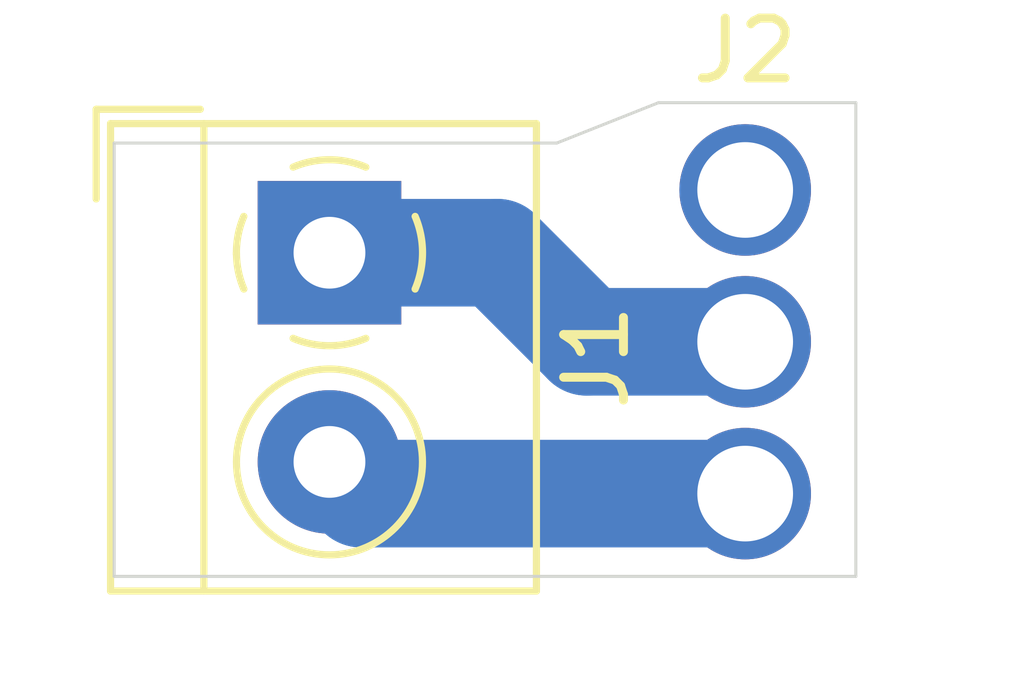
<source format=kicad_pcb>
(kicad_pcb (version 20171130) (host pcbnew "(5.1.4-0-10_14)")

  (general
    (thickness 1.6)
    (drawings 6)
    (tracks 5)
    (zones 0)
    (modules 2)
    (nets 4)
  )

  (page A4)
  (layers
    (0 F.Cu signal)
    (31 B.Cu signal)
    (32 B.Adhes user)
    (33 F.Adhes user)
    (34 B.Paste user)
    (35 F.Paste user)
    (36 B.SilkS user)
    (37 F.SilkS user)
    (38 B.Mask user)
    (39 F.Mask user)
    (40 Dwgs.User user)
    (41 Cmts.User user)
    (42 Eco1.User user)
    (43 Eco2.User user)
    (44 Edge.Cuts user)
    (45 Margin user)
    (46 B.CrtYd user)
    (47 F.CrtYd user)
    (48 B.Fab user)
    (49 F.Fab user)
  )

  (setup
    (last_trace_width 0.25)
    (trace_clearance 0.2)
    (zone_clearance 0.508)
    (zone_45_only no)
    (trace_min 0.2)
    (via_size 0.8)
    (via_drill 0.4)
    (via_min_size 0.4)
    (via_min_drill 0.3)
    (uvia_size 0.3)
    (uvia_drill 0.1)
    (uvias_allowed no)
    (uvia_min_size 0.2)
    (uvia_min_drill 0.1)
    (edge_width 0.05)
    (segment_width 0.2)
    (pcb_text_width 0.3)
    (pcb_text_size 1.5 1.5)
    (mod_edge_width 0.12)
    (mod_text_size 1 1)
    (mod_text_width 0.15)
    (pad_size 2.2 2.2)
    (pad_drill 1.6)
    (pad_to_mask_clearance 0.051)
    (solder_mask_min_width 0.25)
    (aux_axis_origin 0 0)
    (visible_elements FFFFFF7F)
    (pcbplotparams
      (layerselection 0x01000_ffffffff)
      (usegerberextensions false)
      (usegerberattributes false)
      (usegerberadvancedattributes false)
      (creategerberjobfile false)
      (excludeedgelayer true)
      (linewidth 0.100000)
      (plotframeref false)
      (viasonmask false)
      (mode 1)
      (useauxorigin false)
      (hpglpennumber 1)
      (hpglpenspeed 20)
      (hpglpendiameter 15.000000)
      (psnegative false)
      (psa4output false)
      (plotreference true)
      (plotvalue true)
      (plotinvisibletext false)
      (padsonsilk false)
      (subtractmaskfromsilk false)
      (outputformat 1)
      (mirror false)
      (drillshape 0)
      (scaleselection 1)
      (outputdirectory ""))
  )

  (net 0 "")
  (net 1 "Net-(J1-Pad2)")
  (net 2 "Net-(J1-Pad1)")
  (net 3 "Net-(J2-Pad1)")

  (net_class Default "This is the default net class."
    (clearance 0.2)
    (trace_width 0.25)
    (via_dia 0.8)
    (via_drill 0.4)
    (uvia_dia 0.3)
    (uvia_drill 0.1)
    (add_net "Net-(J1-Pad1)")
    (add_net "Net-(J1-Pad2)")
    (add_net "Net-(J2-Pad1)")
  )

  (module TerminalBlock_4Ucon:TerminalBlock_4Ucon_1x02_P3.50mm_Horizontal (layer F.Cu) (tedit 5B294E91) (tstamp 5FD56E7B)
    (at 118.5 60.01 270)
    (descr "Terminal Block 4Ucon ItemNo. 19963, 2 pins, pitch 3.5mm, size 7.7x7mm^2, drill diamater 1.2mm, pad diameter 2.4mm, see http://www.4uconnector.com/online/object/4udrawing/19963.pdf, script-generated using https://github.com/pointhi/kicad-footprint-generator/scripts/TerminalBlock_4Ucon")
    (tags "THT Terminal Block 4Ucon ItemNo. 19963 pitch 3.5mm size 7.7x7mm^2 drill 1.2mm pad 2.4mm")
    (path /5FD51841)
    (fp_text reference J1 (at 1.75 -4.46 90) (layer F.SilkS)
      (effects (font (size 1 1) (thickness 0.15)))
    )
    (fp_text value Conn_01x02 (at 1.75 4.66 90) (layer F.Fab)
      (effects (font (size 1 1) (thickness 0.15)))
    )
    (fp_text user %R (at 1.75 2.9 90) (layer F.Fab)
      (effects (font (size 1 1) (thickness 0.15)))
    )
    (fp_line (start 6.1 -3.9) (end -2.6 -3.9) (layer F.CrtYd) (width 0.05))
    (fp_line (start 6.1 4.1) (end 6.1 -3.9) (layer F.CrtYd) (width 0.05))
    (fp_line (start -2.6 4.1) (end 6.1 4.1) (layer F.CrtYd) (width 0.05))
    (fp_line (start -2.6 -3.9) (end -2.6 4.1) (layer F.CrtYd) (width 0.05))
    (fp_line (start -2.4 3.9) (end -0.9 3.9) (layer F.SilkS) (width 0.12))
    (fp_line (start -2.4 2.16) (end -2.4 3.9) (layer F.SilkS) (width 0.12))
    (fp_line (start 2.4 0.069) (end 2.4 -0.069) (layer F.Fab) (width 0.1))
    (fp_line (start 3.431 0.069) (end 2.4 0.069) (layer F.Fab) (width 0.1))
    (fp_line (start 3.431 1.1) (end 3.431 0.069) (layer F.Fab) (width 0.1))
    (fp_line (start 3.569 1.1) (end 3.431 1.1) (layer F.Fab) (width 0.1))
    (fp_line (start 3.569 0.069) (end 3.569 1.1) (layer F.Fab) (width 0.1))
    (fp_line (start 4.6 0.069) (end 3.569 0.069) (layer F.Fab) (width 0.1))
    (fp_line (start 4.6 -0.069) (end 4.6 0.069) (layer F.Fab) (width 0.1))
    (fp_line (start 3.569 -0.069) (end 4.6 -0.069) (layer F.Fab) (width 0.1))
    (fp_line (start 3.569 -1.1) (end 3.569 -0.069) (layer F.Fab) (width 0.1))
    (fp_line (start 3.431 -1.1) (end 3.569 -1.1) (layer F.Fab) (width 0.1))
    (fp_line (start 3.431 -0.069) (end 3.431 -1.1) (layer F.Fab) (width 0.1))
    (fp_line (start 2.4 -0.069) (end 3.431 -0.069) (layer F.Fab) (width 0.1))
    (fp_line (start -1.1 0.069) (end -1.1 -0.069) (layer F.Fab) (width 0.1))
    (fp_line (start -0.069 0.069) (end -1.1 0.069) (layer F.Fab) (width 0.1))
    (fp_line (start -0.069 1.1) (end -0.069 0.069) (layer F.Fab) (width 0.1))
    (fp_line (start 0.069 1.1) (end -0.069 1.1) (layer F.Fab) (width 0.1))
    (fp_line (start 0.069 0.069) (end 0.069 1.1) (layer F.Fab) (width 0.1))
    (fp_line (start 1.1 0.069) (end 0.069 0.069) (layer F.Fab) (width 0.1))
    (fp_line (start 1.1 -0.069) (end 1.1 0.069) (layer F.Fab) (width 0.1))
    (fp_line (start 0.069 -0.069) (end 1.1 -0.069) (layer F.Fab) (width 0.1))
    (fp_line (start 0.069 -1.1) (end 0.069 -0.069) (layer F.Fab) (width 0.1))
    (fp_line (start -0.069 -1.1) (end 0.069 -1.1) (layer F.Fab) (width 0.1))
    (fp_line (start -0.069 -0.069) (end -0.069 -1.1) (layer F.Fab) (width 0.1))
    (fp_line (start -1.1 -0.069) (end -0.069 -0.069) (layer F.Fab) (width 0.1))
    (fp_line (start 5.66 -3.46) (end 5.66 3.66) (layer F.SilkS) (width 0.12))
    (fp_line (start -2.16 -3.46) (end -2.16 3.66) (layer F.SilkS) (width 0.12))
    (fp_line (start -2.16 3.66) (end 5.66 3.66) (layer F.SilkS) (width 0.12))
    (fp_line (start -2.16 -3.46) (end 5.66 -3.46) (layer F.SilkS) (width 0.12))
    (fp_line (start -2.16 2.1) (end 5.66 2.1) (layer F.SilkS) (width 0.12))
    (fp_line (start -2.1 2.1) (end 5.6 2.1) (layer F.Fab) (width 0.1))
    (fp_line (start -2.1 2.1) (end -2.1 -3.4) (layer F.Fab) (width 0.1))
    (fp_line (start -0.6 3.6) (end -2.1 2.1) (layer F.Fab) (width 0.1))
    (fp_line (start 5.6 3.6) (end -0.6 3.6) (layer F.Fab) (width 0.1))
    (fp_line (start 5.6 -3.4) (end 5.6 3.6) (layer F.Fab) (width 0.1))
    (fp_line (start -2.1 -3.4) (end 5.6 -3.4) (layer F.Fab) (width 0.1))
    (fp_circle (center 3.5 0) (end 5.055 0) (layer F.SilkS) (width 0.12))
    (fp_circle (center 3.5 0) (end 4.875 0) (layer F.Fab) (width 0.1))
    (fp_circle (center 0 0) (end 1.375 0) (layer F.Fab) (width 0.1))
    (fp_arc (start 0 0) (end -0.608 1.432) (angle -24) (layer F.SilkS) (width 0.12))
    (fp_arc (start 0 0) (end -1.432 -0.608) (angle -46) (layer F.SilkS) (width 0.12))
    (fp_arc (start 0 0) (end 0.608 -1.432) (angle -46) (layer F.SilkS) (width 0.12))
    (fp_arc (start 0 0) (end 1.432 0.608) (angle -46) (layer F.SilkS) (width 0.12))
    (fp_arc (start 0 0) (end 0 1.555) (angle -23) (layer F.SilkS) (width 0.12))
    (pad 2 thru_hole circle (at 3.5 0 270) (size 2.4 2.4) (drill 1.2) (layers *.Cu *.Mask)
      (net 1 "Net-(J1-Pad2)"))
    (pad 1 thru_hole rect (at 0 0 270) (size 2.4 2.4) (drill 1.2) (layers *.Cu *.Mask)
      (net 2 "Net-(J1-Pad1)"))
    (model ${KISYS3DMOD}/TerminalBlock_4Ucon.3dshapes/TerminalBlock_4Ucon_1x02_P3.50mm_Horizontal.wrl
      (at (xyz 0 0 0))
      (scale (xyz 1 1 1))
      (rotate (xyz 0 0 0))
    )
  )

  (module Connector_PinHeader_2.54mm:PinHeader_1x03_P2.54mm_Vertical (layer F.Cu) (tedit 5FD53FCD) (tstamp 5FD56E91)
    (at 125.45 58.96)
    (descr "Through hole straight pin header, 1x03, 2.54mm pitch, single row")
    (tags "Through hole pin header THT 1x03 2.54mm single row")
    (path /5FD5348A)
    (fp_text reference J2 (at 0 -2.33) (layer F.SilkS)
      (effects (font (size 1 1) (thickness 0.15)))
    )
    (fp_text value Conn_01x02 (at 0 7.41) (layer F.Fab)
      (effects (font (size 1 1) (thickness 0.15)))
    )
    (fp_text user %R (at 0 2.54 90) (layer F.Fab)
      (effects (font (size 1 1) (thickness 0.15)))
    )
    (fp_line (start -0.635 -1.27) (end 1.27 -1.27) (layer F.Fab) (width 0.1))
    (fp_line (start 1.27 -1.27) (end 1.27 6.35) (layer F.Fab) (width 0.1))
    (fp_line (start 1.27 6.35) (end -1.27 6.35) (layer F.Fab) (width 0.1))
    (fp_line (start -1.27 6.35) (end -1.27 -0.635) (layer F.Fab) (width 0.1))
    (fp_line (start -1.27 -0.635) (end -0.635 -1.27) (layer F.Fab) (width 0.1))
    (pad 3 thru_hole circle (at 0 5.08) (size 2.2 2.2) (drill 1.6) (layers *.Cu *.Mask)
      (net 1 "Net-(J1-Pad2)"))
    (pad 2 thru_hole circle (at 0 2.54) (size 2.2 2.2) (drill 1.6) (layers *.Cu *.Mask)
      (net 2 "Net-(J1-Pad1)"))
    (pad 1 thru_hole circle (at 0 0) (size 2.2 2.2) (drill 1.6) (layers *.Cu *.Mask)
      (net 3 "Net-(J2-Pad1)"))
    (model ${KISYS3DMOD}/Connector_PinHeader_2.54mm.3dshapes/PinHeader_1x03_P2.54mm_Vertical.wrl
      (at (xyz 0 0 0))
      (scale (xyz 1 1 1))
      (rotate (xyz 0 0 0))
    )
  )

  (gr_line (start 122.3 58.175) (end 124 57.5) (layer Edge.Cuts) (width 0.05) (tstamp 5FD5349B))
  (gr_line (start 114.9 58.175) (end 122.3 58.175) (layer Edge.Cuts) (width 0.05))
  (gr_line (start 114.9 65.425) (end 114.9 58.175) (layer Edge.Cuts) (width 0.05) (tstamp 5FD53475))
  (gr_line (start 127.3 65.425) (end 114.9 65.425) (layer Edge.Cuts) (width 0.05))
  (gr_line (start 127.3 57.5) (end 127.3 65.425) (layer Edge.Cuts) (width 0.05))
  (gr_line (start 124 57.5) (end 127.3 57.5) (layer Edge.Cuts) (width 0.05))

  (segment (start 119.03 64.04) (end 118.5 63.51) (width 1.8) (layer B.Cu) (net 1))
  (segment (start 125.45 64.04) (end 119.03 64.04) (width 1.8) (layer B.Cu) (net 1))
  (segment (start 121.31 60.01) (end 118.5 60.01) (width 1.8) (layer B.Cu) (net 2))
  (segment (start 122.8 61.5) (end 121.31 60.01) (width 1.8) (layer B.Cu) (net 2))
  (segment (start 125.45 61.5) (end 122.8 61.5) (width 1.8) (layer B.Cu) (net 2))

)

</source>
